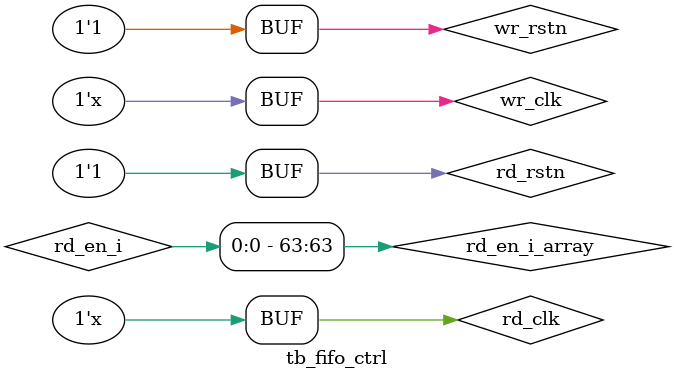
<source format=v>
`timescale 1ns/1ps
`define HALF_CLK_PERIOD_RD 5
`define HALF_CLK_PERIOD_WR 18

module tb_fifo_ctrl;

    localparam                          FIFO_ADDR_WD    =   3   ;

    reg                                 rd_clk          ;
    reg                                 rd_rstn         ;
    wire                                rd_en_i         ;
    wire                                rd_empty_o      ;
    wire   [FIFO_ADDR_WD    -1:0]       rd_ptr_o        ;
    reg                                 wr_clk          ;
    reg                                 wr_rstn         ;
    wire                                wr_en_i         ;
    wire                                wr_full_o       ;
    wire   [FIFO_ADDR_WD    -1:0]       wr_ptr_o        ;
    
    reg    [64              -1:0]       rd_en_i_array   = 64'b0100000000000000000000000000000001010101010101010101010101010101;
    reg    [64              -1:0]       wr_en_i_array   = 64'b0000001010101010101010101010101010101010101010101010101010101010;

    fifo_ctrl #(.FIFO_ADDR_WD(FIFO_ADDR_WD)) fifo_ctrl(
        .rd_clk     (   rd_clk      ),
        .rd_rstn    (   rd_rstn     ),
        .rd_en_i    (   rd_en_i     ),
        .rd_empty_o (   rd_empty_o  ),
        .rd_ptr_o   (   rd_ptr_o    ),
        .wr_clk     (   wr_clk      ),
        .wr_rstn    (   wr_rstn     ),
        .wr_en_i    (   wr_en_i     ),
        .wr_full_o  (   wr_full_o   ),
        .wr_ptr_o   (   wr_ptr_o    )
    );
    
    assign  rd_en_i         = rd_en_i_array     [64 -1] ;
    assign  wr_en_i         = wr_en_i_array     [64 -1] ;

    initial begin
        rd_clk = 1'b0;
        wr_clk = 1'b0;
    end

    always #(`HALF_CLK_PERIOD_RD) rd_clk = ~rd_clk;
    always #(`HALF_CLK_PERIOD_WR) wr_clk = ~wr_clk;

    initial begin
        rd_rstn = 1'b0;
        wr_rstn = 1'b0;
        #21;
        rd_rstn = 1'b1;
        wr_rstn = 1'b1;
    end

    always@(posedge rd_clk) begin
        if(rd_rstn) begin
            rd_en_i_array   = rd_en_i_array     << 1;
        end
    end

    always@(posedge wr_clk) begin
        if(wr_rstn) begin
            wr_en_i_array   = wr_en_i_array     << 1;
        end
    end

endmodule
</source>
